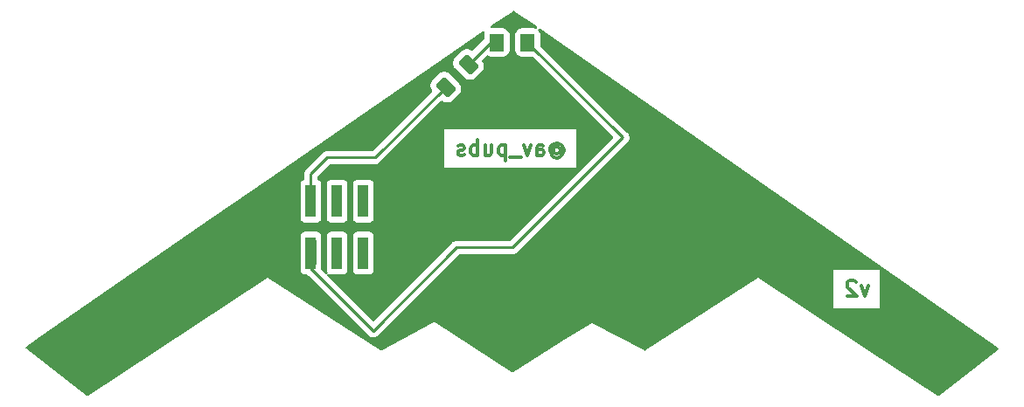
<source format=gbr>
G04 #@! TF.GenerationSoftware,KiCad,Pcbnew,(6.99.0-2452-gdb4f2d9dd8)*
G04 #@! TF.CreationDate,2022-07-21T17:42:46-08:00*
G04 #@! TF.ProjectId,B2,42322e6b-6963-4616-945f-706362585858,rev?*
G04 #@! TF.SameCoordinates,Original*
G04 #@! TF.FileFunction,Copper,L2,Bot*
G04 #@! TF.FilePolarity,Positive*
%FSLAX46Y46*%
G04 Gerber Fmt 4.6, Leading zero omitted, Abs format (unit mm)*
G04 Created by KiCad (PCBNEW (6.99.0-2452-gdb4f2d9dd8)) date 2022-07-21 17:42:46*
%MOMM*%
%LPD*%
G01*
G04 APERTURE LIST*
G04 Aperture macros list*
%AMRoundRect*
0 Rectangle with rounded corners*
0 $1 Rounding radius*
0 $2 $3 $4 $5 $6 $7 $8 $9 X,Y pos of 4 corners*
0 Add a 4 corners polygon primitive as box body*
4,1,4,$2,$3,$4,$5,$6,$7,$8,$9,$2,$3,0*
0 Add four circle primitives for the rounded corners*
1,1,$1+$1,$2,$3*
1,1,$1+$1,$4,$5*
1,1,$1+$1,$6,$7*
1,1,$1+$1,$8,$9*
0 Add four rect primitives between the rounded corners*
20,1,$1+$1,$2,$3,$4,$5,0*
20,1,$1+$1,$4,$5,$6,$7,0*
20,1,$1+$1,$6,$7,$8,$9,0*
20,1,$1+$1,$8,$9,$2,$3,0*%
G04 Aperture macros list end*
%ADD10C,0.300000*%
G04 #@! TA.AperFunction,NonConductor*
%ADD11C,0.300000*%
G04 #@! TD*
G04 #@! TA.AperFunction,SMDPad,CuDef*
%ADD12RoundRect,0.250000X0.159099X-0.724784X0.724784X-0.159099X-0.159099X0.724784X-0.724784X0.159099X0*%
G04 #@! TD*
G04 #@! TA.AperFunction,SMDPad,CuDef*
%ADD13R,1.000000X3.150000*%
G04 #@! TD*
G04 #@! TA.AperFunction,SMDPad,CuDef*
%ADD14RoundRect,0.250001X0.462499X0.624999X-0.462499X0.624999X-0.462499X-0.624999X0.462499X-0.624999X0*%
G04 #@! TD*
G04 #@! TA.AperFunction,Conductor*
%ADD15C,0.250000*%
G04 #@! TD*
G04 APERTURE END LIST*
D10*
D11*
X184785714Y-102273571D02*
X184428571Y-103273571D01*
X184428571Y-103273571D02*
X184071428Y-102273571D01*
X183571428Y-101916428D02*
X183500000Y-101845000D01*
X183500000Y-101845000D02*
X183357143Y-101773571D01*
X183357143Y-101773571D02*
X183000000Y-101773571D01*
X183000000Y-101773571D02*
X182857143Y-101845000D01*
X182857143Y-101845000D02*
X182785714Y-101916428D01*
X182785714Y-101916428D02*
X182714285Y-102059285D01*
X182714285Y-102059285D02*
X182714285Y-102202142D01*
X182714285Y-102202142D02*
X182785714Y-102416428D01*
X182785714Y-102416428D02*
X183642857Y-103273571D01*
X183642857Y-103273571D02*
X182714285Y-103273571D01*
D10*
D11*
X154314285Y-88959285D02*
X154385714Y-88887857D01*
X154385714Y-88887857D02*
X154528571Y-88816428D01*
X154528571Y-88816428D02*
X154671428Y-88816428D01*
X154671428Y-88816428D02*
X154814285Y-88887857D01*
X154814285Y-88887857D02*
X154885714Y-88959285D01*
X154885714Y-88959285D02*
X154957142Y-89102142D01*
X154957142Y-89102142D02*
X154957142Y-89245000D01*
X154957142Y-89245000D02*
X154885714Y-89387857D01*
X154885714Y-89387857D02*
X154814285Y-89459285D01*
X154814285Y-89459285D02*
X154671428Y-89530714D01*
X154671428Y-89530714D02*
X154528571Y-89530714D01*
X154528571Y-89530714D02*
X154385714Y-89459285D01*
X154385714Y-89459285D02*
X154314285Y-89387857D01*
X154314285Y-88816428D02*
X154314285Y-89387857D01*
X154314285Y-89387857D02*
X154242857Y-89459285D01*
X154242857Y-89459285D02*
X154171428Y-89459285D01*
X154171428Y-89459285D02*
X154028571Y-89387857D01*
X154028571Y-89387857D02*
X153957142Y-89245000D01*
X153957142Y-89245000D02*
X153957142Y-88887857D01*
X153957142Y-88887857D02*
X154100000Y-88673571D01*
X154100000Y-88673571D02*
X154314285Y-88530714D01*
X154314285Y-88530714D02*
X154600000Y-88459285D01*
X154600000Y-88459285D02*
X154885714Y-88530714D01*
X154885714Y-88530714D02*
X155100000Y-88673571D01*
X155100000Y-88673571D02*
X155242857Y-88887857D01*
X155242857Y-88887857D02*
X155314285Y-89173571D01*
X155314285Y-89173571D02*
X155242857Y-89459285D01*
X155242857Y-89459285D02*
X155100000Y-89673571D01*
X155100000Y-89673571D02*
X154885714Y-89816428D01*
X154885714Y-89816428D02*
X154600000Y-89887857D01*
X154600000Y-89887857D02*
X154314285Y-89816428D01*
X154314285Y-89816428D02*
X154100000Y-89673571D01*
X152671429Y-89673571D02*
X152671429Y-88887857D01*
X152671429Y-88887857D02*
X152742857Y-88745000D01*
X152742857Y-88745000D02*
X152885714Y-88673571D01*
X152885714Y-88673571D02*
X153171429Y-88673571D01*
X153171429Y-88673571D02*
X153314286Y-88745000D01*
X152671429Y-89602142D02*
X152814286Y-89673571D01*
X152814286Y-89673571D02*
X153171429Y-89673571D01*
X153171429Y-89673571D02*
X153314286Y-89602142D01*
X153314286Y-89602142D02*
X153385714Y-89459285D01*
X153385714Y-89459285D02*
X153385714Y-89316428D01*
X153385714Y-89316428D02*
X153314286Y-89173571D01*
X153314286Y-89173571D02*
X153171429Y-89102142D01*
X153171429Y-89102142D02*
X152814286Y-89102142D01*
X152814286Y-89102142D02*
X152671429Y-89030714D01*
X152100000Y-88673571D02*
X151742857Y-89673571D01*
X151742857Y-89673571D02*
X151385714Y-88673571D01*
X151171429Y-89816428D02*
X150028571Y-89816428D01*
X149671429Y-88673571D02*
X149671429Y-90173571D01*
X149671429Y-88745000D02*
X149528572Y-88673571D01*
X149528572Y-88673571D02*
X149242857Y-88673571D01*
X149242857Y-88673571D02*
X149100000Y-88745000D01*
X149100000Y-88745000D02*
X149028572Y-88816428D01*
X149028572Y-88816428D02*
X148957143Y-88959285D01*
X148957143Y-88959285D02*
X148957143Y-89387857D01*
X148957143Y-89387857D02*
X149028572Y-89530714D01*
X149028572Y-89530714D02*
X149100000Y-89602142D01*
X149100000Y-89602142D02*
X149242857Y-89673571D01*
X149242857Y-89673571D02*
X149528572Y-89673571D01*
X149528572Y-89673571D02*
X149671429Y-89602142D01*
X147671429Y-88673571D02*
X147671429Y-89673571D01*
X148314286Y-88673571D02*
X148314286Y-89459285D01*
X148314286Y-89459285D02*
X148242857Y-89602142D01*
X148242857Y-89602142D02*
X148100000Y-89673571D01*
X148100000Y-89673571D02*
X147885714Y-89673571D01*
X147885714Y-89673571D02*
X147742857Y-89602142D01*
X147742857Y-89602142D02*
X147671429Y-89530714D01*
X146957143Y-89673571D02*
X146957143Y-88173571D01*
X146957143Y-88745000D02*
X146814286Y-88673571D01*
X146814286Y-88673571D02*
X146528571Y-88673571D01*
X146528571Y-88673571D02*
X146385714Y-88745000D01*
X146385714Y-88745000D02*
X146314286Y-88816428D01*
X146314286Y-88816428D02*
X146242857Y-88959285D01*
X146242857Y-88959285D02*
X146242857Y-89387857D01*
X146242857Y-89387857D02*
X146314286Y-89530714D01*
X146314286Y-89530714D02*
X146385714Y-89602142D01*
X146385714Y-89602142D02*
X146528571Y-89673571D01*
X146528571Y-89673571D02*
X146814286Y-89673571D01*
X146814286Y-89673571D02*
X146957143Y-89602142D01*
X145671428Y-89602142D02*
X145528571Y-89673571D01*
X145528571Y-89673571D02*
X145242857Y-89673571D01*
X145242857Y-89673571D02*
X145100000Y-89602142D01*
X145100000Y-89602142D02*
X145028571Y-89459285D01*
X145028571Y-89459285D02*
X145028571Y-89387857D01*
X145028571Y-89387857D02*
X145100000Y-89245000D01*
X145100000Y-89245000D02*
X145242857Y-89173571D01*
X145242857Y-89173571D02*
X145457143Y-89173571D01*
X145457143Y-89173571D02*
X145600000Y-89102142D01*
X145600000Y-89102142D02*
X145671428Y-88959285D01*
X145671428Y-88959285D02*
X145671428Y-88887857D01*
X145671428Y-88887857D02*
X145600000Y-88745000D01*
X145600000Y-88745000D02*
X145457143Y-88673571D01*
X145457143Y-88673571D02*
X145242857Y-88673571D01*
X145242857Y-88673571D02*
X145100000Y-88745000D01*
D12*
X143857968Y-83032032D03*
X146050000Y-80840000D03*
D13*
X130799999Y-94094999D03*
X130799999Y-99144999D03*
X133339999Y-94094999D03*
X133339999Y-99144999D03*
X135879999Y-94094999D03*
X135879999Y-99144999D03*
D14*
X151797500Y-78710000D03*
X148822500Y-78710000D03*
D15*
X132400000Y-89880000D02*
X130800000Y-91480000D01*
X150330000Y-98600000D02*
X144910000Y-98600000D01*
X148180000Y-78710000D02*
X146050000Y-80840000D01*
X148822500Y-78710000D02*
X148180000Y-78710000D01*
X161010000Y-87920000D02*
X150330000Y-98600000D01*
X151800000Y-78710000D02*
X161010000Y-87920000D01*
X130800000Y-100630000D02*
X130800000Y-99145000D01*
X143857968Y-83032032D02*
X137010000Y-89880000D01*
X131160000Y-100160000D02*
X131160000Y-97925000D01*
X136840000Y-106670000D02*
X130800000Y-100630000D01*
X144910000Y-98600000D02*
X136840000Y-106670000D01*
X137010000Y-89880000D02*
X132400000Y-89880000D01*
X151797500Y-78710000D02*
X151800000Y-78710000D01*
X130800000Y-91480000D02*
X130800000Y-94095000D01*
G04 #@! TA.AperFunction,NonConductor*
G36*
X150504238Y-75655762D02*
G01*
X150511710Y-75660586D01*
X152662014Y-77159172D01*
X152706465Y-77214531D01*
X152713931Y-77285134D01*
X152682040Y-77348565D01*
X152620918Y-77384686D01*
X152550341Y-77382150D01*
X152492356Y-77362936D01*
X152420951Y-77339275D01*
X152420947Y-77339274D01*
X152414425Y-77337113D01*
X152407591Y-77336415D01*
X152407587Y-77336414D01*
X152313728Y-77326825D01*
X152313722Y-77326825D01*
X152310544Y-77326500D01*
X151284456Y-77326500D01*
X151281278Y-77326825D01*
X151281272Y-77326825D01*
X151187413Y-77336414D01*
X151187409Y-77336415D01*
X151180575Y-77337113D01*
X151174053Y-77339274D01*
X151174049Y-77339275D01*
X151101754Y-77363231D01*
X151012262Y-77392885D01*
X150861349Y-77485970D01*
X150735970Y-77611349D01*
X150642885Y-77762262D01*
X150587113Y-77930575D01*
X150576500Y-78034456D01*
X150576500Y-79385544D01*
X150576825Y-79388722D01*
X150576825Y-79388728D01*
X150586307Y-79481532D01*
X150587113Y-79489425D01*
X150589274Y-79495947D01*
X150589275Y-79495951D01*
X150622122Y-79595079D01*
X150642885Y-79657738D01*
X150735970Y-79808651D01*
X150861349Y-79934030D01*
X151012262Y-80027115D01*
X151074921Y-80047878D01*
X151174049Y-80080725D01*
X151174053Y-80080726D01*
X151180575Y-80082887D01*
X151187409Y-80083585D01*
X151187413Y-80083586D01*
X151281272Y-80093175D01*
X151281278Y-80093175D01*
X151284456Y-80093500D01*
X152235406Y-80093500D01*
X152303527Y-80113502D01*
X152324501Y-80130405D01*
X160025001Y-87830905D01*
X160059027Y-87893217D01*
X160053962Y-87964032D01*
X160025001Y-88009095D01*
X150104500Y-97929595D01*
X150042188Y-97963621D01*
X150015405Y-97966500D01*
X144988763Y-97966500D01*
X144977579Y-97965973D01*
X144970091Y-97964299D01*
X144962168Y-97964548D01*
X144902033Y-97966438D01*
X144898075Y-97966500D01*
X144870144Y-97966500D01*
X144866229Y-97966995D01*
X144866225Y-97966995D01*
X144866167Y-97967003D01*
X144866138Y-97967006D01*
X144854296Y-97967939D01*
X144810110Y-97969327D01*
X144792744Y-97974372D01*
X144790658Y-97974978D01*
X144771306Y-97978986D01*
X144759068Y-97980532D01*
X144759066Y-97980533D01*
X144751203Y-97981526D01*
X144710086Y-97997806D01*
X144698885Y-98001641D01*
X144656406Y-98013982D01*
X144649587Y-98018015D01*
X144649582Y-98018017D01*
X144638971Y-98024293D01*
X144621221Y-98032990D01*
X144602383Y-98040448D01*
X144595967Y-98045109D01*
X144595966Y-98045110D01*
X144566625Y-98066428D01*
X144556701Y-98072947D01*
X144525460Y-98091422D01*
X144525455Y-98091426D01*
X144518637Y-98095458D01*
X144504313Y-98109782D01*
X144489281Y-98122621D01*
X144472893Y-98134528D01*
X144444712Y-98168593D01*
X144436722Y-98177373D01*
X136929095Y-105685000D01*
X136866783Y-105719026D01*
X136795968Y-105713961D01*
X136750905Y-105685000D01*
X132419507Y-101353602D01*
X132385481Y-101291290D01*
X132390546Y-101220475D01*
X132433093Y-101163639D01*
X132499613Y-101138828D01*
X132568987Y-101153919D01*
X132584109Y-101163637D01*
X132593796Y-101170889D01*
X132730799Y-101221989D01*
X132767705Y-101225957D01*
X132788012Y-101228140D01*
X132788015Y-101228140D01*
X132791362Y-101228500D01*
X133888638Y-101228500D01*
X133891985Y-101228140D01*
X133891988Y-101228140D01*
X133912295Y-101225957D01*
X133949201Y-101221989D01*
X134086204Y-101170889D01*
X134095891Y-101163638D01*
X134196050Y-101088659D01*
X134203261Y-101083261D01*
X134285490Y-100973417D01*
X134285490Y-100973416D01*
X134290889Y-100966204D01*
X134341989Y-100829201D01*
X134348500Y-100768638D01*
X134871500Y-100768638D01*
X134878011Y-100829201D01*
X134929111Y-100966204D01*
X134934510Y-100973416D01*
X134934511Y-100973417D01*
X135016739Y-101083261D01*
X135023950Y-101088659D01*
X135124110Y-101163638D01*
X135133796Y-101170889D01*
X135270799Y-101221989D01*
X135307705Y-101225957D01*
X135328012Y-101228140D01*
X135328015Y-101228140D01*
X135331362Y-101228500D01*
X136428638Y-101228500D01*
X136431985Y-101228140D01*
X136431988Y-101228140D01*
X136452295Y-101225957D01*
X136489201Y-101221989D01*
X136626204Y-101170889D01*
X136635891Y-101163638D01*
X136736050Y-101088659D01*
X136743261Y-101083261D01*
X136825490Y-100973417D01*
X136825490Y-100973416D01*
X136830889Y-100966204D01*
X136881989Y-100829201D01*
X136888500Y-100768638D01*
X136888500Y-97521362D01*
X136881989Y-97460799D01*
X136830889Y-97323796D01*
X136743261Y-97206739D01*
X136626204Y-97119111D01*
X136489201Y-97068011D01*
X136452295Y-97064043D01*
X136431988Y-97061860D01*
X136431985Y-97061860D01*
X136428638Y-97061500D01*
X135331362Y-97061500D01*
X135328015Y-97061860D01*
X135328012Y-97061860D01*
X135307705Y-97064043D01*
X135270799Y-97068011D01*
X135133796Y-97119111D01*
X135016739Y-97206739D01*
X134929111Y-97323796D01*
X134878011Y-97460799D01*
X134871500Y-97521362D01*
X134871500Y-100768638D01*
X134348500Y-100768638D01*
X134348500Y-97521362D01*
X134341989Y-97460799D01*
X134290889Y-97323796D01*
X134203261Y-97206739D01*
X134086204Y-97119111D01*
X133949201Y-97068011D01*
X133912295Y-97064043D01*
X133891988Y-97061860D01*
X133891985Y-97061860D01*
X133888638Y-97061500D01*
X132791362Y-97061500D01*
X132788015Y-97061860D01*
X132788012Y-97061860D01*
X132767705Y-97064043D01*
X132730799Y-97068011D01*
X132593796Y-97119111D01*
X132476739Y-97206739D01*
X132389111Y-97323796D01*
X132338011Y-97460799D01*
X132331500Y-97521362D01*
X132331500Y-100768638D01*
X132338011Y-100829201D01*
X132389111Y-100966204D01*
X132396362Y-100975890D01*
X132397441Y-100978784D01*
X132398829Y-100981325D01*
X132398464Y-100981525D01*
X132421172Y-101042410D01*
X132406080Y-101111784D01*
X132355878Y-101161986D01*
X132286503Y-101177077D01*
X132219983Y-101152266D01*
X132206398Y-101140493D01*
X131845405Y-100779500D01*
X131811379Y-100717188D01*
X131808500Y-100690405D01*
X131808500Y-97521362D01*
X131801989Y-97460799D01*
X131750889Y-97323796D01*
X131663261Y-97206739D01*
X131546204Y-97119111D01*
X131409201Y-97068011D01*
X131372295Y-97064043D01*
X131351988Y-97061860D01*
X131351985Y-97061860D01*
X131348638Y-97061500D01*
X130251362Y-97061500D01*
X130248015Y-97061860D01*
X130248012Y-97061860D01*
X130227705Y-97064043D01*
X130190799Y-97068011D01*
X130053796Y-97119111D01*
X129936739Y-97206739D01*
X129849111Y-97323796D01*
X129798011Y-97460799D01*
X129791500Y-97521362D01*
X129791500Y-100768638D01*
X129798011Y-100829201D01*
X129849111Y-100966204D01*
X129854510Y-100973416D01*
X129854511Y-100973417D01*
X129936739Y-101083261D01*
X129943950Y-101088659D01*
X130044110Y-101163638D01*
X130053796Y-101170889D01*
X130190799Y-101221989D01*
X130227705Y-101225957D01*
X130248012Y-101228140D01*
X130248015Y-101228140D01*
X130251362Y-101228500D01*
X130450406Y-101228500D01*
X130518527Y-101248502D01*
X130539501Y-101265405D01*
X136341280Y-107067185D01*
X136356395Y-107085453D01*
X136361028Y-107092271D01*
X136366976Y-107097515D01*
X136366977Y-107097516D01*
X136403155Y-107129411D01*
X136408925Y-107134830D01*
X136420230Y-107146135D01*
X136426177Y-107150748D01*
X136432874Y-107155943D01*
X136438972Y-107160988D01*
X136475144Y-107192878D01*
X136481090Y-107198120D01*
X136488154Y-107201719D01*
X136488155Y-107201720D01*
X136488429Y-107201860D01*
X136508450Y-107214566D01*
X136508690Y-107214752D01*
X136508694Y-107214754D01*
X136514959Y-107219614D01*
X136566073Y-107241733D01*
X136566507Y-107241921D01*
X136573642Y-107245278D01*
X136623704Y-107270785D01*
X136631749Y-107272583D01*
X136654294Y-107279909D01*
X136661855Y-107283181D01*
X136707894Y-107290473D01*
X136717326Y-107291967D01*
X136725101Y-107293451D01*
X136747135Y-107298376D01*
X136779909Y-107305702D01*
X136787832Y-107305453D01*
X136787833Y-107305453D01*
X136787894Y-107305451D01*
X136788144Y-107305443D01*
X136811815Y-107306933D01*
X136812111Y-107306980D01*
X136812114Y-107306980D01*
X136819943Y-107308220D01*
X136827835Y-107307474D01*
X136827836Y-107307474D01*
X136875858Y-107302935D01*
X136883755Y-107302438D01*
X136916972Y-107301393D01*
X136939889Y-107300673D01*
X136947798Y-107298375D01*
X136971094Y-107293932D01*
X136971404Y-107293903D01*
X136971407Y-107293902D01*
X136979292Y-107293157D01*
X137032144Y-107274129D01*
X137039673Y-107271683D01*
X137085981Y-107258230D01*
X137085985Y-107258228D01*
X137093593Y-107256018D01*
X137100416Y-107251983D01*
X137100420Y-107251981D01*
X137100688Y-107251823D01*
X137122132Y-107241733D01*
X137122423Y-107241628D01*
X137122431Y-107241624D01*
X137129889Y-107238939D01*
X137176365Y-107207354D01*
X137182996Y-107203145D01*
X137231362Y-107174542D01*
X137237182Y-107168722D01*
X137255453Y-107153606D01*
X137255710Y-107153431D01*
X137262271Y-107148972D01*
X137299418Y-107106837D01*
X137304837Y-107101067D01*
X145135499Y-99270405D01*
X145197811Y-99236379D01*
X145224594Y-99233500D01*
X150251233Y-99233500D01*
X150262416Y-99234027D01*
X150269909Y-99235702D01*
X150277835Y-99235453D01*
X150277836Y-99235453D01*
X150337986Y-99233562D01*
X150341945Y-99233500D01*
X150369856Y-99233500D01*
X150373791Y-99233003D01*
X150373856Y-99232995D01*
X150385693Y-99232062D01*
X150417951Y-99231048D01*
X150421970Y-99230922D01*
X150429889Y-99230673D01*
X150449343Y-99225021D01*
X150468700Y-99221013D01*
X150480930Y-99219468D01*
X150480931Y-99219468D01*
X150488797Y-99218474D01*
X150496168Y-99215555D01*
X150496170Y-99215555D01*
X150529912Y-99202196D01*
X150541142Y-99198351D01*
X150575983Y-99188229D01*
X150575984Y-99188229D01*
X150583593Y-99186018D01*
X150590412Y-99181985D01*
X150590417Y-99181983D01*
X150601028Y-99175707D01*
X150618776Y-99167012D01*
X150637617Y-99159552D01*
X150673387Y-99133564D01*
X150683307Y-99127048D01*
X150714535Y-99108580D01*
X150714538Y-99108578D01*
X150721362Y-99104542D01*
X150735683Y-99090221D01*
X150750717Y-99077380D01*
X150760694Y-99070131D01*
X150767107Y-99065472D01*
X150795298Y-99031395D01*
X150803288Y-99022616D01*
X161407185Y-88418720D01*
X161425455Y-88403604D01*
X161432271Y-88398972D01*
X161469411Y-88356845D01*
X161474830Y-88351075D01*
X161486135Y-88339770D01*
X161495943Y-88327126D01*
X161500988Y-88321028D01*
X161532878Y-88284856D01*
X161532878Y-88284855D01*
X161538120Y-88278910D01*
X161541720Y-88271845D01*
X161541860Y-88271571D01*
X161554566Y-88251550D01*
X161554752Y-88251310D01*
X161554754Y-88251306D01*
X161559614Y-88245041D01*
X161581912Y-88193513D01*
X161585282Y-88186352D01*
X161607184Y-88143366D01*
X161607185Y-88143364D01*
X161610786Y-88136296D01*
X161612585Y-88128248D01*
X161619909Y-88105707D01*
X161623181Y-88098145D01*
X161631967Y-88042674D01*
X161633450Y-88034901D01*
X161645702Y-87980091D01*
X161645443Y-87971857D01*
X161646933Y-87948186D01*
X161646980Y-87947890D01*
X161646980Y-87947885D01*
X161648220Y-87940057D01*
X161646324Y-87920000D01*
X161642936Y-87884153D01*
X161642439Y-87876255D01*
X161640923Y-87828038D01*
X161640674Y-87820111D01*
X161638376Y-87812202D01*
X161633932Y-87788904D01*
X161633903Y-87788599D01*
X161633157Y-87780708D01*
X161614131Y-87727862D01*
X161611686Y-87720336D01*
X161598229Y-87674016D01*
X161598228Y-87674014D01*
X161596018Y-87666407D01*
X161591985Y-87659587D01*
X161591982Y-87659581D01*
X161591823Y-87659312D01*
X161581733Y-87637868D01*
X161581628Y-87637577D01*
X161581624Y-87637569D01*
X161578939Y-87630111D01*
X161547354Y-87583635D01*
X161543145Y-87577004D01*
X161514542Y-87528638D01*
X161508722Y-87522818D01*
X161493606Y-87504547D01*
X161493431Y-87504290D01*
X161488972Y-87497729D01*
X161446837Y-87460582D01*
X161441067Y-87455163D01*
X153055405Y-79069500D01*
X153021379Y-79007188D01*
X153018500Y-78980405D01*
X153018500Y-78034456D01*
X153007887Y-77930575D01*
X152952115Y-77762262D01*
X152859030Y-77611349D01*
X152825686Y-77578005D01*
X152791660Y-77515693D01*
X152796725Y-77444878D01*
X152839272Y-77388042D01*
X152905792Y-77363231D01*
X152975166Y-77378322D01*
X152986823Y-77385537D01*
X197348812Y-108302214D01*
X197393263Y-108357573D01*
X197400729Y-108428176D01*
X197368838Y-108491607D01*
X197354130Y-108505042D01*
X192725192Y-112105328D01*
X191621252Y-112963948D01*
X191555200Y-112989982D01*
X191485560Y-112976172D01*
X191474574Y-112969707D01*
X191446952Y-112951508D01*
X184888507Y-108630518D01*
X178594120Y-104483500D01*
X181395072Y-104483500D01*
X185883500Y-104483500D01*
X185883500Y-100766500D01*
X181395072Y-100766500D01*
X181395072Y-104483500D01*
X178594120Y-104483500D01*
X174096246Y-101520104D01*
X174096245Y-101520104D01*
X174080287Y-101509590D01*
X174080112Y-101509470D01*
X174080002Y-101509491D01*
X174079891Y-101509469D01*
X174079703Y-101509597D01*
X163228121Y-108578514D01*
X163212174Y-108588902D01*
X163144178Y-108609325D01*
X163084389Y-108594653D01*
X158000264Y-105899574D01*
X158000122Y-105899472D01*
X157999981Y-105899496D01*
X157999841Y-105899482D01*
X157999709Y-105899591D01*
X157987971Y-105906908D01*
X155744472Y-107305453D01*
X150367794Y-110657149D01*
X150299405Y-110676211D01*
X150232866Y-110656122D01*
X142700289Y-105799591D01*
X142700151Y-105799480D01*
X142700017Y-105799495D01*
X142699886Y-105799471D01*
X142699739Y-105799573D01*
X142495036Y-105911959D01*
X137665872Y-108563264D01*
X137596532Y-108578514D01*
X137536903Y-108558678D01*
X126616821Y-101510262D01*
X126616819Y-101510261D01*
X126600266Y-101499577D01*
X126600108Y-101499469D01*
X126599996Y-101499491D01*
X126599886Y-101499471D01*
X126599732Y-101499577D01*
X109275105Y-112949762D01*
X109207248Y-112970636D01*
X109138876Y-112951508D01*
X109128730Y-112944456D01*
X103237620Y-108405404D01*
X103195867Y-108347983D01*
X103191786Y-108277103D01*
X103226674Y-108215270D01*
X103242927Y-108201912D01*
X104537127Y-107308220D01*
X121320572Y-95718638D01*
X129791500Y-95718638D01*
X129798011Y-95779201D01*
X129849111Y-95916204D01*
X129936739Y-96033261D01*
X130053796Y-96120889D01*
X130190799Y-96171989D01*
X130227705Y-96175957D01*
X130248012Y-96178140D01*
X130248015Y-96178140D01*
X130251362Y-96178500D01*
X131348638Y-96178500D01*
X131351985Y-96178140D01*
X131351988Y-96178140D01*
X131372295Y-96175957D01*
X131409201Y-96171989D01*
X131546204Y-96120889D01*
X131663261Y-96033261D01*
X131750889Y-95916204D01*
X131801989Y-95779201D01*
X131808500Y-95718638D01*
X132331500Y-95718638D01*
X132338011Y-95779201D01*
X132389111Y-95916204D01*
X132476739Y-96033261D01*
X132593796Y-96120889D01*
X132730799Y-96171989D01*
X132767705Y-96175957D01*
X132788012Y-96178140D01*
X132788015Y-96178140D01*
X132791362Y-96178500D01*
X133888638Y-96178500D01*
X133891985Y-96178140D01*
X133891988Y-96178140D01*
X133912295Y-96175957D01*
X133949201Y-96171989D01*
X134086204Y-96120889D01*
X134203261Y-96033261D01*
X134290889Y-95916204D01*
X134341989Y-95779201D01*
X134348500Y-95718638D01*
X134871500Y-95718638D01*
X134878011Y-95779201D01*
X134929111Y-95916204D01*
X135016739Y-96033261D01*
X135133796Y-96120889D01*
X135270799Y-96171989D01*
X135307705Y-96175957D01*
X135328012Y-96178140D01*
X135328015Y-96178140D01*
X135331362Y-96178500D01*
X136428638Y-96178500D01*
X136431985Y-96178140D01*
X136431988Y-96178140D01*
X136452295Y-96175957D01*
X136489201Y-96171989D01*
X136626204Y-96120889D01*
X136743261Y-96033261D01*
X136830889Y-95916204D01*
X136881989Y-95779201D01*
X136888500Y-95718638D01*
X136888500Y-92471362D01*
X136881989Y-92410799D01*
X136830889Y-92273796D01*
X136743261Y-92156739D01*
X136712901Y-92134012D01*
X136633418Y-92074511D01*
X136633416Y-92074510D01*
X136626204Y-92069111D01*
X136489201Y-92018011D01*
X136452295Y-92014043D01*
X136431988Y-92011860D01*
X136431985Y-92011860D01*
X136428638Y-92011500D01*
X135331362Y-92011500D01*
X135328015Y-92011860D01*
X135328012Y-92011860D01*
X135307705Y-92014043D01*
X135270799Y-92018011D01*
X135133796Y-92069111D01*
X135126584Y-92074510D01*
X135126582Y-92074511D01*
X135047099Y-92134012D01*
X135016739Y-92156739D01*
X134929111Y-92273796D01*
X134878011Y-92410799D01*
X134871500Y-92471362D01*
X134871500Y-95718638D01*
X134348500Y-95718638D01*
X134348500Y-92471362D01*
X134341989Y-92410799D01*
X134290889Y-92273796D01*
X134203261Y-92156739D01*
X134172901Y-92134012D01*
X134093418Y-92074511D01*
X134093416Y-92074510D01*
X134086204Y-92069111D01*
X133949201Y-92018011D01*
X133912295Y-92014043D01*
X133891988Y-92011860D01*
X133891985Y-92011860D01*
X133888638Y-92011500D01*
X132791362Y-92011500D01*
X132788015Y-92011860D01*
X132788012Y-92011860D01*
X132767705Y-92014043D01*
X132730799Y-92018011D01*
X132593796Y-92069111D01*
X132586584Y-92074510D01*
X132586582Y-92074511D01*
X132507099Y-92134012D01*
X132476739Y-92156739D01*
X132389111Y-92273796D01*
X132338011Y-92410799D01*
X132331500Y-92471362D01*
X132331500Y-95718638D01*
X131808500Y-95718638D01*
X131808500Y-92471362D01*
X131801989Y-92410799D01*
X131750889Y-92273796D01*
X131663261Y-92156739D01*
X131641105Y-92140153D01*
X131553421Y-92074513D01*
X131553418Y-92074511D01*
X131546204Y-92069111D01*
X131515467Y-92057647D01*
X131458632Y-92015102D01*
X131433821Y-91948582D01*
X131433500Y-91939592D01*
X131433500Y-91794594D01*
X131453502Y-91726473D01*
X131470405Y-91705499D01*
X132292404Y-90883500D01*
X143709357Y-90883500D01*
X156483500Y-90883500D01*
X156483500Y-87166500D01*
X143709357Y-87166500D01*
X143709357Y-90883500D01*
X132292404Y-90883500D01*
X132625499Y-90550405D01*
X132687811Y-90516379D01*
X132714594Y-90513500D01*
X136931233Y-90513500D01*
X136942416Y-90514027D01*
X136949909Y-90515702D01*
X136957835Y-90515453D01*
X136957836Y-90515453D01*
X137017986Y-90513562D01*
X137021945Y-90513500D01*
X137049856Y-90513500D01*
X137053791Y-90513003D01*
X137053856Y-90512995D01*
X137065693Y-90512062D01*
X137097951Y-90511048D01*
X137101970Y-90510922D01*
X137109889Y-90510673D01*
X137129343Y-90505021D01*
X137148700Y-90501013D01*
X137160930Y-90499468D01*
X137160931Y-90499468D01*
X137168797Y-90498474D01*
X137176168Y-90495555D01*
X137176170Y-90495555D01*
X137209912Y-90482196D01*
X137221142Y-90478351D01*
X137255983Y-90468229D01*
X137255984Y-90468229D01*
X137263593Y-90466018D01*
X137270412Y-90461985D01*
X137270417Y-90461983D01*
X137281028Y-90455707D01*
X137298776Y-90447012D01*
X137317617Y-90439552D01*
X137353387Y-90413564D01*
X137363307Y-90407048D01*
X137394535Y-90388580D01*
X137394538Y-90388578D01*
X137401362Y-90384542D01*
X137415683Y-90370221D01*
X137430717Y-90357380D01*
X137440694Y-90350131D01*
X137447107Y-90345472D01*
X137475298Y-90311395D01*
X137483288Y-90302616D01*
X143403243Y-84382661D01*
X143465555Y-84348635D01*
X143536370Y-84353700D01*
X143571919Y-84374069D01*
X143592089Y-84390500D01*
X143592092Y-84390502D01*
X143597427Y-84394848D01*
X143603575Y-84397936D01*
X143603577Y-84397937D01*
X143749315Y-84471130D01*
X143755878Y-84474426D01*
X143763017Y-84476118D01*
X143763020Y-84476119D01*
X143921275Y-84513626D01*
X143921277Y-84513626D01*
X143928411Y-84515317D01*
X144105723Y-84515317D01*
X144112857Y-84513626D01*
X144112859Y-84513626D01*
X144271114Y-84476119D01*
X144271117Y-84476118D01*
X144278256Y-84474426D01*
X144436707Y-84394848D01*
X144462216Y-84374069D01*
X144515180Y-84330924D01*
X144515181Y-84330923D01*
X144517667Y-84328898D01*
X145154832Y-83691731D01*
X145220784Y-83610771D01*
X145300362Y-83452320D01*
X145332177Y-83318084D01*
X145339562Y-83286923D01*
X145339562Y-83286921D01*
X145341253Y-83279787D01*
X145341253Y-83102475D01*
X145309554Y-82968725D01*
X145302055Y-82937084D01*
X145302054Y-82937081D01*
X145300362Y-82929942D01*
X145220784Y-82771491D01*
X145154834Y-82690531D01*
X144199469Y-81735168D01*
X144118509Y-81669216D01*
X144112361Y-81666128D01*
X144112359Y-81666127D01*
X143966621Y-81592934D01*
X143966620Y-81592934D01*
X143960058Y-81589638D01*
X143952919Y-81587946D01*
X143952916Y-81587945D01*
X143794661Y-81550438D01*
X143794659Y-81550438D01*
X143787525Y-81548747D01*
X143610213Y-81548747D01*
X143603079Y-81550438D01*
X143603077Y-81550438D01*
X143444822Y-81587945D01*
X143444819Y-81587946D01*
X143437680Y-81589638D01*
X143279229Y-81669216D01*
X143198269Y-81735166D01*
X142561104Y-82372333D01*
X142495152Y-82453293D01*
X142415574Y-82611744D01*
X142413882Y-82618883D01*
X142413881Y-82618886D01*
X142378978Y-82766153D01*
X142374683Y-82784277D01*
X142374683Y-82961589D01*
X142376374Y-82968723D01*
X142376374Y-82968725D01*
X142408074Y-83102475D01*
X142415574Y-83134122D01*
X142495152Y-83292573D01*
X142511377Y-83312491D01*
X142515933Y-83318084D01*
X142543448Y-83383532D01*
X142531211Y-83453467D01*
X142507338Y-83486757D01*
X136784500Y-89209595D01*
X136722188Y-89243621D01*
X136695405Y-89246500D01*
X132478768Y-89246500D01*
X132467585Y-89245973D01*
X132460092Y-89244298D01*
X132452166Y-89244547D01*
X132452165Y-89244547D01*
X132392002Y-89246438D01*
X132388044Y-89246500D01*
X132360144Y-89246500D01*
X132356154Y-89247004D01*
X132344320Y-89247936D01*
X132300111Y-89249326D01*
X132292497Y-89251538D01*
X132292492Y-89251539D01*
X132280659Y-89254977D01*
X132261296Y-89258988D01*
X132241203Y-89261526D01*
X132233836Y-89264443D01*
X132233831Y-89264444D01*
X132200092Y-89277802D01*
X132188865Y-89281646D01*
X132146407Y-89293982D01*
X132139581Y-89298019D01*
X132128972Y-89304293D01*
X132111224Y-89312988D01*
X132092383Y-89320448D01*
X132085967Y-89325110D01*
X132085966Y-89325110D01*
X132056613Y-89346436D01*
X132046693Y-89352952D01*
X132015465Y-89371420D01*
X132015462Y-89371422D01*
X132008638Y-89375458D01*
X131994317Y-89389779D01*
X131979284Y-89402619D01*
X131962893Y-89414528D01*
X131957842Y-89420634D01*
X131934702Y-89448605D01*
X131926712Y-89457384D01*
X130407747Y-90976348D01*
X130399461Y-90983888D01*
X130392982Y-90988000D01*
X130387557Y-90993777D01*
X130346357Y-91037651D01*
X130343602Y-91040493D01*
X130323865Y-91060230D01*
X130321385Y-91063427D01*
X130313682Y-91072447D01*
X130283414Y-91104679D01*
X130279595Y-91111625D01*
X130279593Y-91111628D01*
X130273652Y-91122434D01*
X130262801Y-91138953D01*
X130250386Y-91154959D01*
X130247241Y-91162228D01*
X130247238Y-91162232D01*
X130232826Y-91195537D01*
X130227609Y-91206187D01*
X130206305Y-91244940D01*
X130204334Y-91252615D01*
X130204334Y-91252616D01*
X130201267Y-91264562D01*
X130194863Y-91283266D01*
X130186819Y-91301855D01*
X130185580Y-91309678D01*
X130185577Y-91309688D01*
X130179901Y-91345524D01*
X130177495Y-91357144D01*
X130166500Y-91399970D01*
X130166500Y-91420224D01*
X130164949Y-91439934D01*
X130161780Y-91459943D01*
X130162526Y-91467835D01*
X130165941Y-91503961D01*
X130166500Y-91515819D01*
X130166500Y-91939592D01*
X130146498Y-92007713D01*
X130092842Y-92054206D01*
X130084549Y-92057641D01*
X130053796Y-92069111D01*
X130046582Y-92074511D01*
X130046579Y-92074513D01*
X129958895Y-92140153D01*
X129936739Y-92156739D01*
X129849111Y-92273796D01*
X129798011Y-92410799D01*
X129791500Y-92471362D01*
X129791500Y-95718638D01*
X121320572Y-95718638D01*
X126610192Y-92065962D01*
X147460383Y-77668143D01*
X147527803Y-77645894D01*
X147596549Y-77663628D01*
X147644795Y-77715713D01*
X147657222Y-77785613D01*
X147651584Y-77811455D01*
X147612113Y-77930575D01*
X147601500Y-78034456D01*
X147601500Y-78340406D01*
X147581498Y-78408527D01*
X147564595Y-78429501D01*
X146504725Y-79489370D01*
X146442413Y-79523396D01*
X146371597Y-79518331D01*
X146336051Y-79497964D01*
X146315878Y-79481531D01*
X146315874Y-79481528D01*
X146310541Y-79477184D01*
X146304393Y-79474096D01*
X146304391Y-79474095D01*
X146158653Y-79400902D01*
X146158652Y-79400902D01*
X146152090Y-79397606D01*
X146144951Y-79395914D01*
X146144948Y-79395913D01*
X145986693Y-79358406D01*
X145986691Y-79358406D01*
X145979557Y-79356715D01*
X145802245Y-79356715D01*
X145795111Y-79358406D01*
X145795109Y-79358406D01*
X145636854Y-79395913D01*
X145636851Y-79395914D01*
X145629712Y-79397606D01*
X145471261Y-79477184D01*
X145465925Y-79481531D01*
X145465923Y-79481532D01*
X145420749Y-79518331D01*
X145390301Y-79543134D01*
X144753136Y-80180301D01*
X144687184Y-80261261D01*
X144607606Y-80419712D01*
X144605914Y-80426851D01*
X144605913Y-80426854D01*
X144571010Y-80574121D01*
X144566715Y-80592245D01*
X144566715Y-80769557D01*
X144568406Y-80776691D01*
X144568406Y-80776693D01*
X144600106Y-80910443D01*
X144607606Y-80942090D01*
X144687184Y-81100541D01*
X144753134Y-81181501D01*
X145708499Y-82136864D01*
X145789459Y-82202816D01*
X145795607Y-82205904D01*
X145795609Y-82205905D01*
X145941347Y-82279098D01*
X145947910Y-82282394D01*
X145955049Y-82284086D01*
X145955052Y-82284087D01*
X146113307Y-82321594D01*
X146113309Y-82321594D01*
X146120443Y-82323285D01*
X146297755Y-82323285D01*
X146304889Y-82321594D01*
X146304891Y-82321594D01*
X146463146Y-82284087D01*
X146463149Y-82284086D01*
X146470288Y-82282394D01*
X146628739Y-82202816D01*
X146709699Y-82136866D01*
X147346864Y-81499699D01*
X147412816Y-81418739D01*
X147492394Y-81260288D01*
X147510530Y-81183769D01*
X147531594Y-81094891D01*
X147531594Y-81094889D01*
X147533285Y-81087755D01*
X147533285Y-80910443D01*
X147501586Y-80776693D01*
X147494087Y-80745052D01*
X147494086Y-80745049D01*
X147492394Y-80737910D01*
X147412816Y-80579459D01*
X147392035Y-80553948D01*
X147364520Y-80488500D01*
X147376757Y-80418565D01*
X147400630Y-80385275D01*
X147794579Y-79991326D01*
X147856891Y-79957300D01*
X147927706Y-79962365D01*
X147949823Y-79973181D01*
X148037262Y-80027115D01*
X148099921Y-80047878D01*
X148199049Y-80080725D01*
X148199053Y-80080726D01*
X148205575Y-80082887D01*
X148212409Y-80083585D01*
X148212413Y-80083586D01*
X148306272Y-80093175D01*
X148306278Y-80093175D01*
X148309456Y-80093500D01*
X149335544Y-80093500D01*
X149338722Y-80093175D01*
X149338728Y-80093175D01*
X149432587Y-80083586D01*
X149432591Y-80083585D01*
X149439425Y-80082887D01*
X149445947Y-80080726D01*
X149445951Y-80080725D01*
X149545079Y-80047878D01*
X149607738Y-80027115D01*
X149758651Y-79934030D01*
X149884030Y-79808651D01*
X149977115Y-79657738D01*
X149997878Y-79595079D01*
X150030725Y-79495951D01*
X150030726Y-79495947D01*
X150032887Y-79489425D01*
X150033694Y-79481532D01*
X150043175Y-79388728D01*
X150043175Y-79388722D01*
X150043500Y-79385544D01*
X150043500Y-78034456D01*
X150032887Y-77930575D01*
X149977115Y-77762262D01*
X149884030Y-77611349D01*
X149758651Y-77485970D01*
X149607738Y-77392885D01*
X149518246Y-77363231D01*
X149445951Y-77339275D01*
X149445947Y-77339274D01*
X149439425Y-77337113D01*
X149432591Y-77336415D01*
X149432587Y-77336414D01*
X149338728Y-77326825D01*
X149338722Y-77326825D01*
X149335544Y-77326500D01*
X148359343Y-77326500D01*
X148291222Y-77306498D01*
X148244729Y-77252842D01*
X148234625Y-77182568D01*
X148264119Y-77117988D01*
X148287747Y-77096818D01*
X150368072Y-75660277D01*
X150435492Y-75638028D01*
X150504238Y-75655762D01*
G37*
G04 #@! TD.AperFunction*
M02*

</source>
